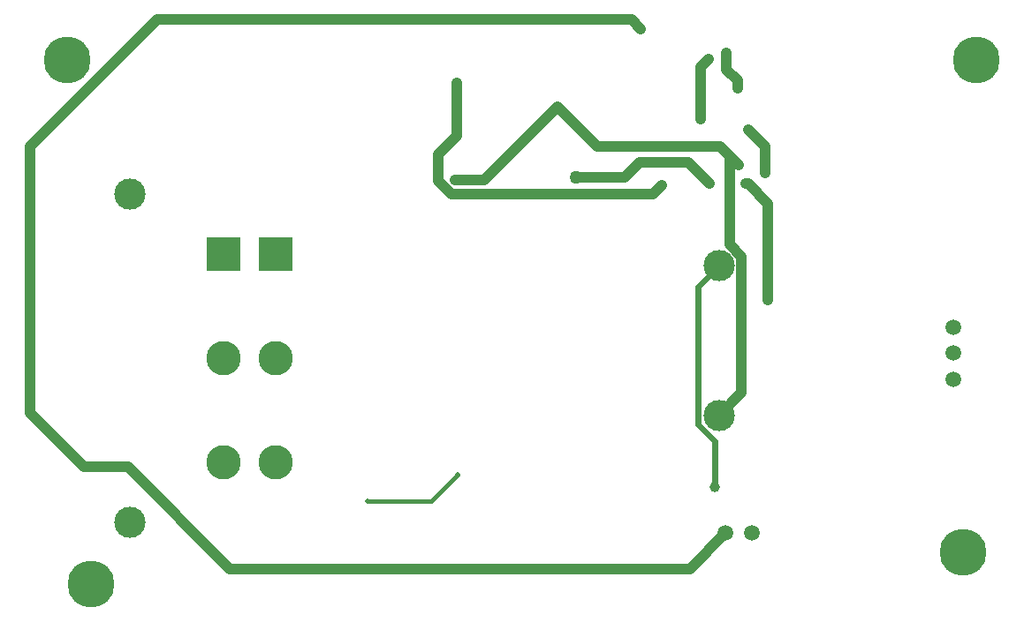
<source format=gbl>
G04*
G04 #@! TF.GenerationSoftware,Altium Limited,Altium Designer,23.8.1 (32)*
G04*
G04 Layer_Physical_Order=2*
G04 Layer_Color=16711680*
%FSLAX25Y25*%
%MOIN*%
G70*
G04*
G04 #@! TF.SameCoordinates,22D07956-A4C6-4432-BF09-06FBB0FDB0D1*
G04*
G04*
G04 #@! TF.FilePolarity,Positive*
G04*
G01*
G75*
%ADD50C,0.05900*%
%ADD53C,0.03937*%
%ADD54C,0.01575*%
%ADD55C,0.02362*%
%ADD59C,0.12992*%
%ADD60C,0.11811*%
%ADD61R,0.12992X0.12992*%
%ADD62C,0.17717*%
%ADD63C,0.03937*%
%ADD64C,0.05000*%
%ADD65C,0.01968*%
D50*
X365136Y89219D02*
D03*
Y99062D02*
D03*
Y108905D02*
D03*
X279157Y31000D02*
D03*
X289000D02*
D03*
D53*
X280500Y140249D02*
Y173500D01*
X92000Y17500D02*
X265657D01*
X37000Y56000D02*
X53500D01*
X92000Y17500D01*
X16500Y76500D02*
X37000Y56000D01*
X16500Y76500D02*
Y177000D01*
X64500Y225000D02*
X243500D01*
X16500Y177000D02*
X64500Y225000D01*
X265657Y17500D02*
X279157Y31000D01*
X243500Y225000D02*
X247000Y221500D01*
X222500Y165500D02*
X241144D01*
X246644Y171000D02*
X265000D01*
X241144Y165500D02*
X246644Y171000D01*
X287500Y183500D02*
X294000Y177000D01*
Y167000D02*
Y177000D01*
X276500Y75500D02*
X285161Y84161D01*
X280500Y140249D02*
X285161Y135588D01*
Y84161D02*
Y135588D01*
X269500Y187500D02*
Y207000D01*
X272500Y210000D01*
X170631Y164188D02*
X175819Y159000D01*
X251500D01*
X255000Y162500D01*
X177500Y181000D02*
Y201000D01*
X170631Y164188D02*
Y174131D01*
X177500Y181000D01*
X177000Y164500D02*
X188000D01*
X215500Y192000D01*
X280500Y173500D02*
Y173500D01*
Y173500D02*
X284000Y170000D01*
X295000Y119000D02*
Y155500D01*
X287500Y163000D02*
X295000Y155500D01*
X286500Y163000D02*
X287500D01*
X277000Y177000D02*
X280500Y173500D01*
X265000Y171000D02*
X273000Y163000D01*
X230500Y177000D02*
X277000D01*
X215500Y192000D02*
X230500Y177000D01*
X279284Y206216D02*
X283500Y202000D01*
X279284Y206216D02*
Y212319D01*
X283500Y199000D02*
Y202000D01*
D54*
X168000Y43000D02*
X178000Y53000D01*
X144000Y43000D02*
X168000D01*
D55*
X268626Y72238D02*
X275000Y65864D01*
X268626Y72238D02*
Y124126D01*
X276500Y132000D01*
X275000Y48500D02*
Y65864D01*
D59*
X89764Y57677D02*
D03*
X109449D02*
D03*
X89764Y97047D02*
D03*
X109449D02*
D03*
D60*
X54331Y158976D02*
D03*
Y35118D02*
D03*
X276500Y132000D02*
D03*
Y75500D02*
D03*
D61*
X89764Y136417D02*
D03*
X109449D02*
D03*
D62*
X368799Y23622D02*
D03*
X373697Y209705D02*
D03*
X39764Y11909D02*
D03*
X30816Y209705D02*
D03*
D63*
X275000Y48500D02*
D03*
X287500Y183500D02*
D03*
X294000Y167000D02*
D03*
X269500Y187500D02*
D03*
X272500Y210000D02*
D03*
X247000Y221500D02*
D03*
X177000Y164500D02*
D03*
X177500Y201000D02*
D03*
X255000Y162500D02*
D03*
X284000Y170000D02*
D03*
X286500Y163000D02*
D03*
X295000Y119000D02*
D03*
X273000Y163000D02*
D03*
X215500Y192000D02*
D03*
X283500Y199000D02*
D03*
X279284Y212319D02*
D03*
D64*
X222500Y165500D02*
D03*
D65*
X144000Y43000D02*
D03*
X178000Y53000D02*
D03*
M02*

</source>
